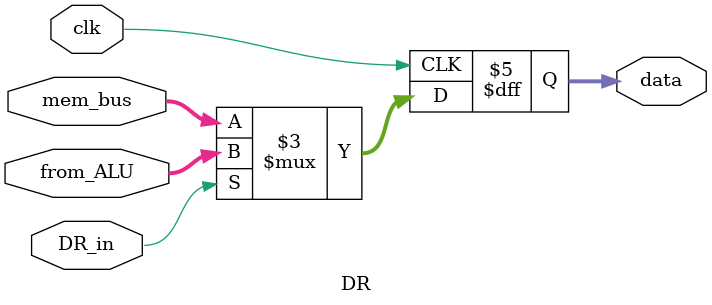
<source format=v>
`timescale 1ns / 1ps
module DR(clk, DR_in, mem_bus, from_ALU, data
    );
 input clk, DR_in;
 input [7:0] mem_bus;
 input [7:0] from_ALU;
 output reg [7:0] data;
 
 always @ (negedge clk)
 if (DR_in)
 data <= from_ALU;
 else
 data <= mem_bus;


endmodule

</source>
